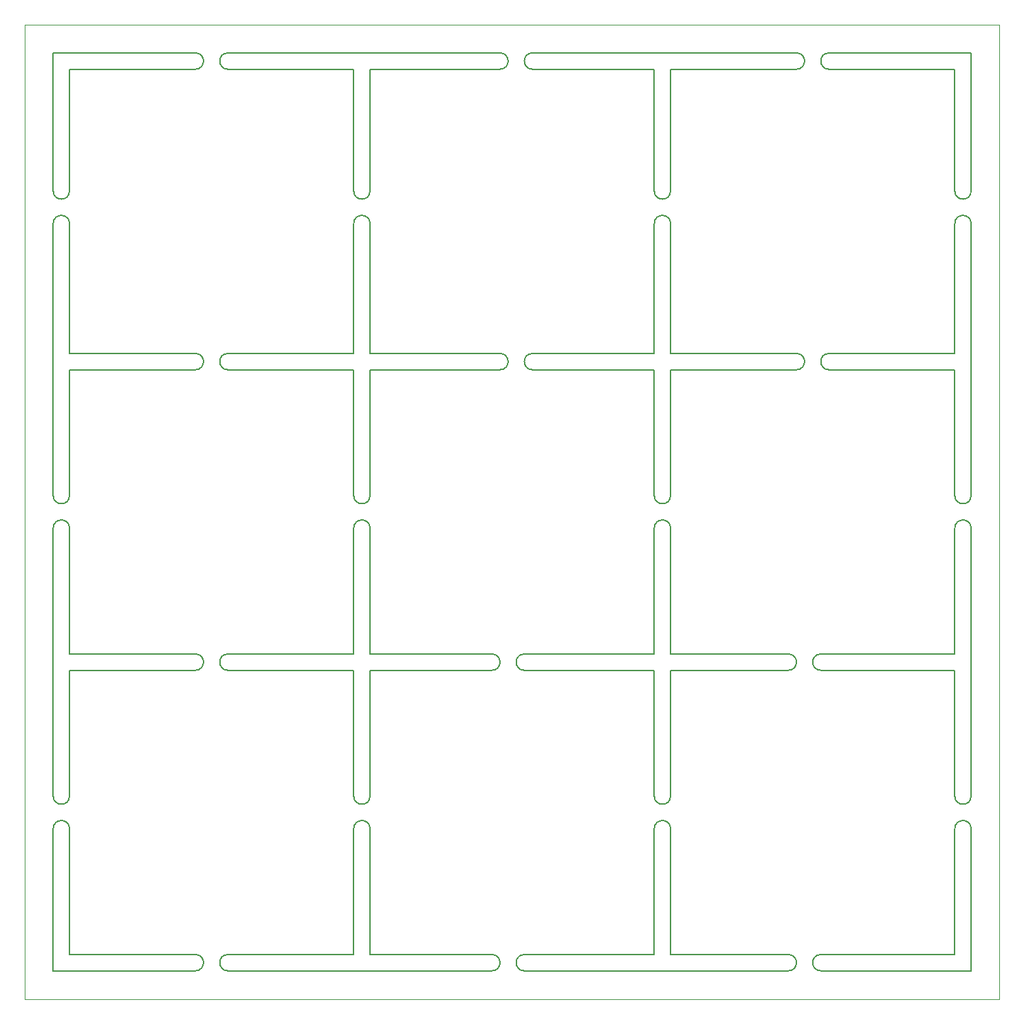
<source format=gbr>
%TF.GenerationSoftware,KiCad,Pcbnew,7.0.9*%
%TF.CreationDate,2024-10-30T14:50:37+01:00*%
%TF.ProjectId,panel,70616e65-6c2e-46b6-9963-61645f706362,rev?*%
%TF.SameCoordinates,Original*%
%TF.FileFunction,Profile,NP*%
%FSLAX46Y46*%
G04 Gerber Fmt 4.6, Leading zero omitted, Abs format (unit mm)*
G04 Created by KiCad (PCBNEW 7.0.9) date 2024-10-30 14:50:37*
%MOMM*%
%LPD*%
G01*
G04 APERTURE LIST*
%TA.AperFunction,Profile*%
%ADD10C,0.100000*%
%TD*%
%TA.AperFunction,Profile*%
%ADD11C,0.150000*%
%TD*%
G04 APERTURE END LIST*
D10*
X99499775Y-25000000D02*
X219499775Y-25000000D01*
X219499775Y-145000000D01*
X99499775Y-145000000D01*
X99499775Y-25000000D01*
D11*
X102999775Y-141500000D02*
X102999775Y-124000000D01*
X120499775Y-141500000D02*
X102999775Y-141500000D01*
X156999775Y-141500000D02*
X124499775Y-141500000D01*
X193499775Y-141500000D02*
X160999775Y-141500000D01*
X215999775Y-141500000D02*
X197499775Y-141500000D01*
X215999775Y-124000000D02*
X215999775Y-141500000D01*
X215999775Y-87000000D02*
X215999775Y-120000000D01*
X215999775Y-49500000D02*
X215999775Y-83000000D01*
X215999775Y-28500000D02*
X215999775Y-45500000D01*
X198499775Y-28500000D02*
X215999775Y-28500000D01*
X161999775Y-28500000D02*
X194499775Y-28500000D01*
X124499775Y-28500000D02*
X157999775Y-28500000D01*
X102999775Y-28500000D02*
X120499775Y-28500000D01*
X102999775Y-45500000D02*
X102999775Y-28500000D01*
X102999775Y-83000000D02*
X102999775Y-49500000D01*
X102999775Y-120000000D02*
X102999775Y-87000000D01*
X104999775Y-124000000D02*
G75*
G03*
X102999775Y-124000000I-1000000J0D01*
G01*
X102999775Y-120000000D02*
G75*
G03*
X104999775Y-120000000I1000000J0D01*
G01*
X104999775Y-124000000D02*
X104999775Y-139500000D01*
X104999775Y-104500000D02*
X104999775Y-120000000D01*
X104999775Y-87000000D02*
G75*
G03*
X102999775Y-87000000I-1000000J0D01*
G01*
X102999775Y-83000000D02*
G75*
G03*
X104999775Y-83000000I1000000J0D01*
G01*
X104999775Y-87000000D02*
X104999775Y-102500000D01*
X104999775Y-67500000D02*
X104999775Y-83000000D01*
X104999775Y-49500000D02*
X104999775Y-65500000D01*
X104999775Y-49500000D02*
G75*
G03*
X102999775Y-49500000I-1000000J0D01*
G01*
X102999775Y-45500000D02*
G75*
G03*
X104999775Y-45500000I1000000J0D01*
G01*
X104999775Y-30500000D02*
X104999775Y-45500000D01*
X156999775Y-139500000D02*
X150999775Y-139500000D01*
X156999775Y-141500000D02*
G75*
G03*
X156999775Y-139500000I0J1000000D01*
G01*
X160999775Y-139500000D02*
G75*
G03*
X160999775Y-141500000I0J-1000000D01*
G01*
X176999775Y-139500000D02*
X160999775Y-139500000D01*
X176999775Y-124000000D02*
X176999775Y-139500000D01*
X178999775Y-104500000D02*
X193499775Y-104500000D01*
X178999775Y-120000000D02*
X178999775Y-104500000D01*
X176999775Y-117000000D02*
X176999775Y-120000000D01*
X176999775Y-120000000D02*
G75*
G03*
X178999775Y-120000000I1000000J0D01*
G01*
X178999775Y-124000000D02*
G75*
G03*
X176999775Y-124000000I-1000000J0D01*
G01*
X178999775Y-139500000D02*
X178999775Y-124000000D01*
X193499775Y-139500000D02*
X178999775Y-139500000D01*
X193499775Y-141500000D02*
G75*
G03*
X193499775Y-139500000I0J1000000D01*
G01*
X197499775Y-139500000D02*
G75*
G03*
X197499775Y-141500000I0J-1000000D01*
G01*
X198499775Y-139500000D02*
X197499775Y-139500000D01*
X213999775Y-139500000D02*
X198499775Y-139500000D01*
X213999775Y-124000000D02*
X213999775Y-139500000D01*
X215999775Y-124000000D02*
G75*
G03*
X213999775Y-124000000I-1000000J0D01*
G01*
X213999775Y-120000000D02*
G75*
G03*
X215999775Y-120000000I1000000J0D01*
G01*
X213999775Y-104500000D02*
X213999775Y-120000000D01*
X197499775Y-104500000D02*
X213999775Y-104500000D01*
X193499775Y-104500000D02*
G75*
G03*
X193499775Y-102500000I0J1000000D01*
G01*
X197499775Y-102500000D02*
G75*
G03*
X197499775Y-104500000I0J-1000000D01*
G01*
X191999775Y-102500000D02*
X193499775Y-102500000D01*
X198499775Y-102500000D02*
X197499775Y-102500000D01*
X213999775Y-87000000D02*
X213999775Y-88000000D01*
X213999775Y-81500000D02*
X213999775Y-83000000D01*
X215999775Y-87000000D02*
G75*
G03*
X213999775Y-87000000I-1000000J0D01*
G01*
X213999775Y-83000000D02*
G75*
G03*
X215999775Y-83000000I1000000J0D01*
G01*
X213999775Y-49500000D02*
X213999775Y-51000000D01*
X215999775Y-49500000D02*
G75*
G03*
X213999775Y-49500000I-1000000J0D01*
G01*
X213999775Y-45500000D02*
G75*
G03*
X215999775Y-45500000I1000000J0D01*
G01*
X213999775Y-44000000D02*
X213999775Y-45500000D01*
X213999775Y-67500000D02*
X198499775Y-67500000D01*
X213999775Y-81500000D02*
X213999775Y-67500000D01*
X213999775Y-102500000D02*
X213999775Y-88000000D01*
X198499775Y-102500000D02*
X213999775Y-102500000D01*
X178999775Y-102500000D02*
X191999775Y-102500000D01*
X178999775Y-87000000D02*
X178999775Y-102500000D01*
X178999775Y-67500000D02*
X178999775Y-83000000D01*
X194499775Y-67500000D02*
X178999775Y-67500000D01*
X198499775Y-65500000D02*
G75*
G03*
X198499775Y-67500000I0J-1000000D01*
G01*
X194499775Y-67500000D02*
G75*
G03*
X194499775Y-65500000I0J1000000D01*
G01*
X198499775Y-28500000D02*
G75*
G03*
X198499775Y-30500000I0J-1000000D01*
G01*
X194499775Y-30500000D02*
G75*
G03*
X194499775Y-28500000I0J1000000D01*
G01*
X198499775Y-30500000D02*
X213499775Y-30500000D01*
X178999775Y-30500000D02*
X194499775Y-30500000D01*
X213999775Y-65500000D02*
X213999775Y-51000000D01*
X198499775Y-65500000D02*
X213999775Y-65500000D01*
X191999775Y-65500000D02*
X194499775Y-65500000D01*
X178999775Y-65500000D02*
X191999775Y-65500000D01*
X178999775Y-49500000D02*
X178999775Y-65500000D01*
X213999775Y-30500000D02*
X213999775Y-44000000D01*
X213499775Y-30500000D02*
X213999775Y-30500000D01*
X178999775Y-45500000D02*
X178999775Y-30500000D01*
X178999775Y-87000000D02*
G75*
G03*
X176999775Y-87000000I-1000000J0D01*
G01*
X176999775Y-83000000D02*
G75*
G03*
X178999775Y-83000000I1000000J0D01*
G01*
X160999775Y-102500000D02*
G75*
G03*
X160999775Y-104500000I0J-1000000D01*
G01*
X156999775Y-104500000D02*
G75*
G03*
X156999775Y-102500000I0J1000000D01*
G01*
X176999775Y-104500000D02*
X176999775Y-117000000D01*
X160999775Y-104500000D02*
X176999775Y-104500000D01*
X141999775Y-104500000D02*
X156999775Y-104500000D01*
X176999775Y-102500000D02*
X176999775Y-87000000D01*
X160999775Y-102500000D02*
X176999775Y-102500000D01*
X155499775Y-102500000D02*
X156999775Y-102500000D01*
X141999775Y-102500000D02*
X155499775Y-102500000D01*
X141999775Y-87000000D02*
X141999775Y-102500000D01*
X176999775Y-69000000D02*
X176999775Y-83000000D01*
X176999775Y-67500000D02*
X176999775Y-69000000D01*
X161999775Y-67500000D02*
X176999775Y-67500000D01*
X162999775Y-65500000D02*
X161999775Y-65500000D01*
X161999775Y-65500000D02*
G75*
G03*
X161999775Y-67500000I0J-1000000D01*
G01*
X157999775Y-67500000D02*
G75*
G03*
X157999775Y-65500000I0J1000000D01*
G01*
X154999775Y-67500000D02*
X157999775Y-67500000D01*
X154999775Y-65500000D02*
X157999775Y-65500000D01*
X141999775Y-67500000D02*
X154999775Y-67500000D01*
X141999775Y-83000000D02*
X141999775Y-67500000D01*
X141999775Y-87000000D02*
G75*
G03*
X139999775Y-87000000I-1000000J0D01*
G01*
X139999775Y-83000000D02*
G75*
G03*
X141999775Y-83000000I1000000J0D01*
G01*
X139999775Y-83000000D02*
X139999775Y-67500000D01*
X139999775Y-102500000D02*
X139999775Y-87000000D01*
X141999775Y-120000000D02*
X141999775Y-104500000D01*
X139999775Y-120000000D02*
G75*
G03*
X141999775Y-120000000I1000000J0D01*
G01*
X141999775Y-139500000D02*
X150999775Y-139500000D01*
X141999775Y-124000000D02*
X141999775Y-139500000D01*
X141999775Y-124000000D02*
G75*
G03*
X139999775Y-124000000I-1000000J0D01*
G01*
X139999775Y-124000000D02*
X139999775Y-139500000D01*
X139999775Y-120000000D02*
X139999775Y-104500000D01*
X124499775Y-139500000D02*
G75*
G03*
X124499775Y-141500000I0J-1000000D01*
G01*
X120499775Y-141500000D02*
G75*
G03*
X120499775Y-139500000I0J1000000D01*
G01*
X120499775Y-30500000D02*
G75*
G03*
X120499775Y-28500000I0J1000000D01*
G01*
X124499775Y-28500000D02*
G75*
G03*
X124499775Y-30500000I0J-1000000D01*
G01*
X157999775Y-30500000D02*
G75*
G03*
X157999775Y-28500000I0J1000000D01*
G01*
X161999775Y-28500000D02*
G75*
G03*
X161999775Y-30500000I0J-1000000D01*
G01*
X178999775Y-49500000D02*
G75*
G03*
X176999775Y-49500000I-1000000J0D01*
G01*
X176999775Y-45500000D02*
G75*
G03*
X178999775Y-45500000I1000000J0D01*
G01*
X176999775Y-50500000D02*
X176999775Y-49500000D01*
X176999775Y-45500000D02*
X176999775Y-44000000D01*
X161999775Y-30500000D02*
X162999775Y-30500000D01*
X155499775Y-30500000D02*
X157999775Y-30500000D01*
X176999775Y-30500000D02*
X162999775Y-30500000D01*
X176999775Y-44000000D02*
X176999775Y-30500000D01*
X176999775Y-65500000D02*
X176999775Y-50500000D01*
X162999775Y-65500000D02*
X176999775Y-65500000D01*
X141999775Y-65500000D02*
X154999775Y-65500000D01*
X141999775Y-49500000D02*
X141999775Y-65500000D01*
X141999775Y-30500000D02*
X155499775Y-30500000D01*
X141999775Y-45500000D02*
X141999775Y-30500000D01*
X141999775Y-49500000D02*
G75*
G03*
X139999775Y-49500000I-1000000J0D01*
G01*
X139999775Y-45500000D02*
G75*
G03*
X141999775Y-45500000I1000000J0D01*
G01*
X139999775Y-49500000D02*
X139999775Y-65500000D01*
X139999775Y-30500000D02*
X139999775Y-45500000D01*
X124499775Y-30500000D02*
X139999775Y-30500000D01*
X120499775Y-30500000D02*
X104999775Y-30500000D01*
X120499775Y-139500000D02*
X118499775Y-139500000D01*
X124499775Y-139500000D02*
X125999775Y-139500000D01*
X139999775Y-104500000D02*
X124499775Y-104500000D01*
X125999775Y-139500000D02*
X139999775Y-139500000D01*
X104999775Y-139500000D02*
X118499775Y-139500000D01*
X120499775Y-104500000D02*
X104999775Y-104500000D01*
X120499775Y-104500000D02*
G75*
G03*
X120499775Y-102500000I0J1000000D01*
G01*
X124499775Y-102500000D02*
G75*
G03*
X124499775Y-104500000I0J-1000000D01*
G01*
X120499775Y-102500000D02*
X118499775Y-102500000D01*
X124499775Y-102500000D02*
X125999775Y-102500000D01*
X139999775Y-67500000D02*
X124499775Y-67500000D01*
X125999775Y-102500000D02*
X139999775Y-102500000D01*
X104999775Y-102500000D02*
X118499775Y-102500000D01*
X120499775Y-67500000D02*
X104999775Y-67500000D01*
X124499775Y-65500000D02*
G75*
G03*
X124499775Y-67500000I0J-1000000D01*
G01*
X120499775Y-67500000D02*
G75*
G03*
X120499775Y-65500000I0J1000000D01*
G01*
X104999775Y-65500000D02*
X120499775Y-65500000D01*
X124499775Y-65500000D02*
X139999775Y-65500000D01*
M02*

</source>
